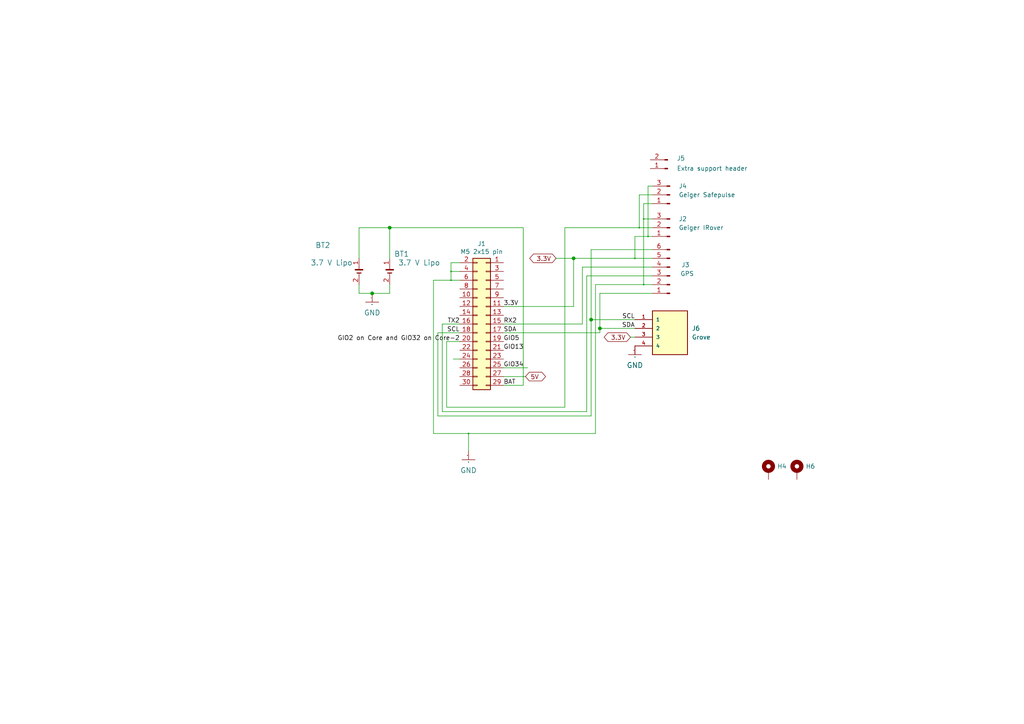
<source format=kicad_sch>
(kicad_sch (version 20240101) (generator "eeschema") (generator_version "8.99")
  (paper "A4")
  (title_block (title "bGeigieZen V4.0.2") (date "2024-03-16") (rev "V4.0.2") (company "GitHub link at https://github.com/Safecast/bGeigieZen"))
  (lib_symbols
    (symbol "110990030:110990030" (pin_names (offset 1.016))
      (property "Reference" "J" (at -5.08 5.842 0))
      (property "Value" "110990030" (at -5.08 -8.382 0))
      (symbol "110990030_0_0"
        (rectangle (start -5.08 -7.62) (end 5.08 5.08) (stroke (width 0.254)) (fill (type background)))
        (pin passive line (at -10.16 2.54 0) (length 5.08) (name "1") (number "1"))
        (pin passive line (at -10.16 0 0) (length 5.08) (name "2") (number "2"))
        (pin passive line (at -10.16 -2.54 0) (length 5.08) (name "3") (number "3"))
        (pin passive line (at -10.16 -5.08 0) (length 5.08) (name "4") (number "4"))
      )
    )
    (symbol "Connector:Conn_01x02_Male_1" (pin_names (offset 1.016) hide)
      (property "Reference" "J" (at 0 2.54 0))
      (property "Value" "Conn_01x02_Male" (at 0 -5.08 0))
      (symbol "Conn_01x02_Male_1_1_1"
        (polyline (pts (xy 1.27 -2.54) (xy 0.8636 -2.54)) (stroke (width 0.1524)))
        (polyline (pts (xy 1.27 0) (xy 0.8636 0)) (stroke (width 0.1524)))
        (rectangle (start 0.8636 -2.413) (end 0 -2.667) (stroke (width 0.1524)) (fill (type outline)))
        (rectangle (start 0.8636 0.127) (end 0 -0.127) (stroke (width 0.1524)) (fill (type outline)))
        (pin passive line (at 5.08 0 180) (length 3.81) (name "Pin_1") (number "1"))
        (pin passive line (at 5.08 -2.54 180) (length 3.81) (name "Pin_2") (number "2"))
      )
    )
    (symbol "Connector:Conn_01x03_Male" (pin_names hide)
      (property "Reference" "J" (at 0 5.08 0))
      (property "Value" "Conn_01x03_Male" (at 0 -5.08 0))
      (symbol "Conn_01x03_Male_1_1"
        (polyline (pts (xy 1.27 -2.54) (xy 0.8636 -2.54)) (stroke (width 0.1524)))
        (polyline (pts (xy 1.27 0) (xy 0.8636 0)) (stroke (width 0.1524)))
        (polyline (pts (xy 1.27 2.54) (xy 0.8636 2.54)) (stroke (width 0.1524)))
        (rectangle (start 0.8636 -2.413) (end 0 -2.667) (stroke (width 0.1524)) (fill (type outline)))
        (rectangle (start 0.8636 0.127) (end 0 -0.127) (stroke (width 0.1524)) (fill (type outline)))
        (rectangle (start 0.8636 2.667) (end 0 2.413) (stroke (width 0.1524)) (fill (type outline)))
        (pin passive line (at 5.08 2.54 180) (length 3.81) (name "Pin_1") (number "1"))
        (pin passive line (at 5.08 0 180) (length 3.81) (name "Pin_2") (number "2"))
        (pin passive line (at 5.08 -2.54 180) (length 3.81) (name "Pin_3") (number "3"))
      )
    )
    (symbol "Connector:Conn_01x06_Male" (pin_names (offset 1.016) hide)
      (property "Reference" "J" (at 0 7.62 0))
      (property "Value" "Conn_01x06_Male" (at 0 -10.16 0))
      (symbol "Conn_01x06_Male_1_1"
        (polyline (pts (xy 1.27 -7.62) (xy 0.8636 -7.62)) (stroke (width 0.1524)))
        (polyline (pts (xy 1.27 -5.08) (xy 0.8636 -5.08)) (stroke (width 0.1524)))
        (polyline (pts (xy 1.27 -2.54) (xy 0.8636 -2.54)) (stroke (width 0.1524)))
        (polyline (pts (xy 1.27 0) (xy 0.8636 0)) (stroke (width 0.1524)))
        (polyline (pts (xy 1.27 2.54) (xy 0.8636 2.54)) (stroke (width 0.1524)))
        (polyline (pts (xy 1.27 5.08) (xy 0.8636 5.08)) (stroke (width 0.1524)))
        (rectangle (start 0.8636 -7.493) (end 0 -7.747) (stroke (width 0.1524)) (fill (type outline)))
        (rectangle (start 0.8636 -4.953) (end 0 -5.207) (stroke (width 0.1524)) (fill (type outline)))
        (rectangle (start 0.8636 -2.413) (end 0 -2.667) (stroke (width 0.1524)) (fill (type outline)))
        (rectangle (start 0.8636 0.127) (end 0 -0.127) (stroke (width 0.1524)) (fill (type outline)))
        (rectangle (start 0.8636 2.667) (end 0 2.413) (stroke (width 0.1524)) (fill (type outline)))
        (rectangle (start 0.8636 5.207) (end 0 4.953) (stroke (width 0.1524)) (fill (type outline)))
        (pin passive line (at 5.08 5.08 180) (length 3.81) (name "Pin_1") (number "1"))
        (pin passive line (at 5.08 2.54 180) (length 3.81) (name "Pin_2") (number "2"))
        (pin passive line (at 5.08 0 180) (length 3.81) (name "Pin_3") (number "3"))
        (pin passive line (at 5.08 -2.54 180) (length 3.81) (name "Pin_4") (number "4"))
        (pin passive line (at 5.08 -5.08 180) (length 3.81) (name "Pin_5") (number "5"))
        (pin passive line (at 5.08 -7.62 180) (length 3.81) (name "Pin_6") (number "6"))
      )
    )
    (symbol "Connector_Generic:Conn_02x15_Odd_Even" (pin_names hide)
      (property "Reference" "J" (at 1.27 20.32 0))
      (property "Value" "Conn_02x15_Odd_Even" (at 1.27 -20.32 0))
      (symbol "Conn_02x15_Odd_Even_1_1"
        (rectangle (start -1.27 -17.653) (end 0 -17.907))
        (rectangle (start -1.27 -15.113) (end 0 -15.367))
        (rectangle (start -1.27 -12.573) (end 0 -12.827))
        (rectangle (start -1.27 -10.033) (end 0 -10.287))
        (rectangle (start -1.27 -7.493) (end 0 -7.747))
        (rectangle (start -1.27 -4.953) (end 0 -5.207))
        (rectangle (start -1.27 -2.413) (end 0 -2.667))
        (rectangle (start -1.27 0.127) (end 0 -0.127))
        (rectangle (start -1.27 2.667) (end 0 2.413))
        (rectangle (start -1.27 5.207) (end 0 4.953))
        (rectangle (start -1.27 7.747) (end 0 7.493))
        (rectangle (start -1.27 10.287) (end 0 10.033))
        (rectangle (start -1.27 12.827) (end 0 12.573))
        (rectangle (start -1.27 15.367) (end 0 15.113))
        (rectangle (start -1.27 17.907) (end 0 17.653))
        (rectangle (start -1.27 19.05) (end 3.81 -19.05) (stroke (width 0.254)) (fill (type background)))
        (rectangle (start 3.81 -17.653) (end 2.54 -17.907))
        (rectangle (start 3.81 -15.113) (end 2.54 -15.367))
        (rectangle (start 3.81 -12.573) (end 2.54 -12.827))
        (rectangle (start 3.81 -10.033) (end 2.54 -10.287))
        (rectangle (start 3.81 -7.493) (end 2.54 -7.747))
        (rectangle (start 3.81 -4.953) (end 2.54 -5.207))
        (rectangle (start 3.81 -2.413) (end 2.54 -2.667))
        (rectangle (start 3.81 0.127) (end 2.54 -0.127))
        (rectangle (start 3.81 2.667) (end 2.54 2.413))
        (rectangle (start 3.81 5.207) (end 2.54 4.953))
        (rectangle (start 3.81 7.747) (end 2.54 7.493))
        (rectangle (start 3.81 10.287) (end 2.54 10.033))
        (rectangle (start 3.81 12.827) (end 2.54 12.573))
        (rectangle (start 3.81 15.367) (end 2.54 15.113))
        (rectangle (start 3.81 17.907) (end 2.54 17.653))
        (pin passive line (at -5.08 17.78 0) (length 3.81) (name "Pin_1") (number "1"))
        (pin passive line (at 7.62 7.62 180) (length 3.81) (name "Pin_10") (number "10"))
        (pin passive line (at -5.08 5.08 0) (length 3.81) (name "Pin_11") (number "11"))
        (pin passive line (at 7.62 5.08 180) (length 3.81) (name "Pin_12") (number "12"))
        (pin passive line (at -5.08 2.54 0) (length 3.81) (name "Pin_13") (number "13"))
        (pin passive line (at 7.62 2.54 180) (length 3.81) (name "Pin_14") (number "14"))
        (pin passive line (at -5.08 0 0) (length 3.81) (name "Pin_15") (number "15"))
        (pin passive line (at 7.62 0 180) (length 3.81) (name "Pin_16") (number "16"))
        (pin passive line (at -5.08 -2.54 0) (length 3.81) (name "Pin_17") (number "17"))
        (pin passive line (at 7.62 -2.54 180) (length 3.81) (name "Pin_18") (number "18"))
        (pin passive line (at -5.08 -5.08 0) (length 3.81) (name "Pin_19") (number "19"))
        (pin passive line (at 7.62 17.78 180) (length 3.81) (name "Pin_2") (number "2"))
        (pin passive line (at 7.62 -5.08 180) (length 3.81) (name "Pin_20") (number "20"))
        (pin passive line (at -5.08 -7.62 0) (length 3.81) (name "Pin_21") (number "21"))
        (pin passive line (at 7.62 -7.62 180) (length 3.81) (name "Pin_22") (number "22"))
        (pin passive line (at -5.08 -10.16 0) (length 3.81) (name "Pin_23") (number "23"))
        (pin passive line (at 7.62 -10.16 180) (length 3.81) (name "Pin_24") (number "24"))
        (pin passive line (at -5.08 -12.7 0) (length 3.81) (name "Pin_25") (number "25"))
        (pin passive line (at 7.62 -12.7 180) (length 3.81) (name "Pin_26") (number "26"))
        (pin passive line (at -5.08 -15.24 0) (length 3.81) (name "Pin_27") (number "27"))
        (pin passive line (at 7.62 -15.24 180) (length 3.81) (name "Pin_28") (number "28"))
        (pin passive line (at -5.08 -17.78 0) (length 3.81) (name "Pin_29") (number "29"))
        (pin passive line (at -5.08 15.24 0) (length 3.81) (name "Pin_3") (number "3"))
        (pin passive line (at 7.62 -17.78 180) (length 3.81) (name "Pin_30") (number "30"))
        (pin passive line (at 7.62 15.24 180) (length 3.81) (name "Pin_4") (number "4"))
        (pin passive line (at -5.08 12.7 0) (length 3.81) (name "Pin_5") (number "5"))
        (pin passive line (at 7.62 12.7 180) (length 3.81) (name "Pin_6") (number "6"))
        (pin passive line (at -5.08 10.16 0) (length 3.81) (name "Pin_7") (number "7"))
        (pin passive line (at 7.62 10.16 180) (length 3.81) (name "Pin_8") (number "8"))
        (pin passive line (at -5.08 7.62 0) (length 3.81) (name "Pin_9") (number "9"))
      )
    )
    (symbol "Mechanical:MountingHole_Pad" (pin_numbers hide) (pin_names hide)
      (property "Reference" "H" (at 0 6.35 0))
      (property "Value" "MountingHole_Pad" (at 0 4.445 0))
      (symbol "MountingHole_Pad_0_1"
        (circle (center 0 1.27) (radius 1.27) (stroke (width 1.27)))
      )
      (symbol "MountingHole_Pad_1_1"
        (pin input line (at 0 -2.54 90) (length 2.54) (name "1") (number "1"))
      )
    )
    (symbol "bGeigieRaku-V2-rescue:BATTERY-akizuki-M5_board-rescue" (pin_names hide)
      (property "Reference" "BT" (at 0 -7.62 0))
      (property "Value" "BATTERY-akizuki-M5_board-rescue" (at 0 6.35 0))
      (symbol "BATTERY-akizuki-M5_board-rescue_0_1"
        (rectangle (start -1.143 0.635) (end 1.143 0.381) (fill (type outline)))
        (rectangle (start -0.635 -0.381) (end 0.635 -0.508))
        (polyline (pts (xy 0 -0.508) (xy 0 -1.27)))
        (polyline (pts (xy 0 1.27) (xy 0 0.635)))
      )
      (symbol "BATTERY-akizuki-M5_board-rescue_1_1"
        (pin input line (at 0 3.81 270) (length 2.54) (name "+") (number "1"))
        (pin input line (at 0 -3.81 90) (length 2.54) (name "-") (number "2"))
      )
    )
    (symbol "bGeigieRaku-V2-rescue:GND-bGeigieNano_V1.1.5" (power)
      (property "Value" "GND-bGeigieNano_V1.1.5" (at 0 -0.254 0))
      (symbol "GND-bGeigieNano_V1.1.5_1_0"
        (polyline (pts (xy -1.905 0) (xy 1.905 0)))
        (pin power_in line (at 0 2.54 270) (length 2.54) (name "GND") (number "1"))
      )
    )
  )
  (junction (at 186.69 82.55) (diameter 0.3048))
  (junction (at 166.37 74.93))
  (junction (at 113.03 66.04))
  (junction (at 130.81 81.28) (diameter 0.3048))
  (junction (at 186.69 63.5) (diameter 0.3048))
  (junction (at 185.42 66.04) (diameter 0.3048))
  (junction (at 184.15 74.93) (diameter 0.3048))
  (junction (at 187.96 68.58) (diameter 0.3048))
  (junction (at 135.89 125.73) (diameter 0.3048))
  (junction (at 107.95 85.09))
  (junction (at 173.99 95.25))
  (junction (at 171.45 92.71))
  (junction (at 130.81 78.74) (diameter 0.3048))
  (wire (pts (xy 173.99 85.09) (xy 173.99 95.25)))
  (wire (pts (xy 127 96.52) (xy 133.35 96.52)))
  (wire (pts (xy 127 120.65) (xy 127 96.52)))
  (wire (pts (xy 104.14 74.93) (xy 104.14 66.04)))
  (wire (pts (xy 186.69 59.055) (xy 189.23 59.055)))
  (wire (pts (xy 186.69 82.55) (xy 172.72 82.55)))
  (wire (pts (xy 130.81 78.74) (xy 133.35 78.74)))
  (wire (pts (xy 189.23 85.09) (xy 173.99 85.09)))
  (wire (pts (xy 135.89 125.73) (xy 135.89 130.81)))
  (wire (pts (xy 135.89 125.73) (xy 172.72 125.73)))
  (wire (pts (xy 113.03 66.04) (xy 151.765 66.04)))
  (wire (pts (xy 146.05 109.22) (xy 152.4 109.22)))
  (wire (pts (xy 151.765 111.76) (xy 146.05 111.76)))
  (wire (pts (xy 130.81 81.28) (xy 133.35 81.28)))
  (wire (pts (xy 161.29 74.93) (xy 166.37 74.93)))
  (wire (pts (xy 189.23 66.04) (xy 185.42 66.04)))
  (wire (pts (xy 146.05 96.52) (xy 173.99 96.52)))
  (wire (pts (xy 130.81 78.74) (xy 130.81 76.2)))
  (wire (pts (xy 170.18 119.38) (xy 128.27 119.38)))
  (wire (pts (xy 168.91 93.98) (xy 146.05 93.98)))
  (wire (pts (xy 125.73 125.73) (xy 125.73 81.28)))
  (wire (pts (xy 129.54 118.11) (xy 163.83 118.11)))
  (wire (pts (xy 128.27 93.98) (xy 133.35 93.98)))
  (wire (pts (xy 186.69 82.55) (xy 186.69 63.5)))
  (wire (pts (xy 107.95 85.09) (xy 113.03 85.09)))
  (wire (pts (xy 184.15 74.93) (xy 184.15 68.58)))
  (wire (pts (xy 125.73 125.73) (xy 135.89 125.73)))
  (wire (pts (xy 187.96 53.975) (xy 187.96 68.58)))
  (wire (pts (xy 133.35 104.14) (xy 131.445 104.14)))
  (wire (pts (xy 129.54 118.11) (xy 129.54 99.06)))
  (wire (pts (xy 163.83 66.04) (xy 185.42 66.04)))
  (wire (pts (xy 130.81 81.28) (xy 130.81 78.74)))
  (wire (pts (xy 125.73 81.28) (xy 130.81 81.28)))
  (wire (pts (xy 104.14 82.55) (xy 104.14 85.09)))
  (wire (pts (xy 171.45 72.39) (xy 189.23 72.39)))
  (wire (pts (xy 104.14 85.09) (xy 107.95 85.09)))
  (wire (pts (xy 173.99 95.25) (xy 184.15 95.25)))
  (wire (pts (xy 182.88 97.79) (xy 184.15 97.79)))
  (wire (pts (xy 170.18 80.01) (xy 170.18 119.38)))
  (wire (pts (xy 189.23 77.47) (xy 168.91 77.47)))
  (wire (pts (xy 173.99 95.25) (xy 173.99 96.52)))
  (wire (pts (xy 185.42 56.515) (xy 185.42 66.04)))
  (wire (pts (xy 189.23 56.515) (xy 185.42 56.515)))
  (wire (pts (xy 146.05 88.9) (xy 166.37 88.9)))
  (wire (pts (xy 163.83 66.04) (xy 163.83 118.11)))
  (wire (pts (xy 172.72 82.55) (xy 172.72 125.73)))
  (wire (pts (xy 171.45 92.71) (xy 171.45 72.39)))
  (wire (pts (xy 113.03 82.55) (xy 113.03 85.09)))
  (wire (pts (xy 151.765 66.04) (xy 151.765 111.76)))
  (wire (pts (xy 130.81 76.2) (xy 133.35 76.2)))
  (wire (pts (xy 187.96 53.975) (xy 189.23 53.975)))
  (wire (pts (xy 189.23 82.55) (xy 186.69 82.55)))
  (wire (pts (xy 128.27 119.38) (xy 128.27 93.98)))
  (wire (pts (xy 168.91 77.47) (xy 168.91 93.98)))
  (wire (pts (xy 184.15 68.58) (xy 187.96 68.58)))
  (wire (pts (xy 187.96 68.58) (xy 189.23 68.58)))
  (wire (pts (xy 129.54 99.06) (xy 133.35 99.06)))
  (wire (pts (xy 171.45 92.71) (xy 184.15 92.71)))
  (wire (pts (xy 166.37 74.93) (xy 184.15 74.93)))
  (wire (pts (xy 186.69 63.5) (xy 186.69 59.055)))
  (wire (pts (xy 113.03 66.04) (xy 113.03 74.93)))
  (wire (pts (xy 166.37 74.93) (xy 166.37 88.9)))
  (wire (pts (xy 184.15 74.93) (xy 189.23 74.93)))
  (wire (pts (xy 189.23 80.01) (xy 170.18 80.01)))
  (wire (pts (xy 146.05 106.68) (xy 153.035 106.68)))
  (wire (pts (xy 171.45 120.65) (xy 127 120.65)))
  (wire (pts (xy 104.14 66.04) (xy 113.03 66.04)))
  (wire (pts (xy 186.69 63.5) (xy 189.23 63.5)))
  (wire (pts (xy 171.45 92.71) (xy 171.45 120.65)))
  (label "SDA" (at 146.05 96.52 0))
  (label "TX2" (at 133.35 93.98 180))
  (label "GIO13" (at 146.05 101.6 0))
  (label "GIO34" (at 146.05 106.68 0))
  (label "GIO2 on Core and GIO32 on Core-2" (at 133.35 99.06 180))
  (label "3.3V" (at 146.05 88.9 0))
  (label "SCL" (at 184.15 92.71 180))
  (label "SCL" (at 133.35 96.52 180))
  (label "GIO5" (at 146.05 99.06 0))
  (label "BAT" (at 146.05 111.76 0))
  (label "RX2" (at 146.05 93.98 0))
  (label "SDA" (at 184.15 95.25 180))
  (global_label "3.3V" (shape bidirectional) (at 182.88 97.79 180) (property "Intersheetrefs" "${INTERSHEET_REFS}" (effects (hide yes))))
  (global_label "3.3V" (shape bidirectional) (at 161.29 74.93 180) (property "Intersheetrefs" "${INTERSHEET_REFS}" (effects (hide yes))))
  (global_label "5V" (shape bidirectional) (at 152.4 109.22 0) (property "Intersheetrefs" "${INTERSHEET_REFS}" (effects (hide yes))))
  (symbol (lib_id "Connector_Generic:Conn_02x15_Odd_Even") (at 140.97 93.98 0) (mirror y) (unit 1)
    (property "Reference" "J1" (at 139.7 70.6882 0))
    (property "Value" "M5 2x15 pin" (at 139.7 72.9996 0))
    (property "Footprint" "Connector_PinHeader_2.54mm:PinHeader_2x15_P2.54mm_Vertical" (effects (hide yes)))
    (property "Datasheet" "Hirosugi Instruments: PSM-4200233-15" (effects (hide yes)))
  )
  (symbol (lib_id "bGeigieRaku-V2-rescue:BATTERY-akizuki-M5_board-rescue") (at 113.03 78.74 0) (unit 1)
    (property "Reference" "BT1" (at 114.3 73.66 0) (effects (font (size 1.524 1.524)) (justify left)))
    (property "Value" " 3.7 V Lipo" (at 114.3 76.2 0) (effects (font (size 1.524 1.524)) (justify left)))
    (property "Footprint" "Library:BATTERY_18650-HOLDER" (effects (hide yes)))
  )
  (symbol (lib_id "Connector:Conn_01x06_Male") (at 194.31 80.01 180) (unit 1)
    (property "Reference" "J3" (at 200.025 76.835 0) (effects (justify left)))
    (property "Value" "GPS" (at 201.295 79.375 0) (effects (justify left)))
    (property "Footprint" "Connector_PinSocket_2.54mm:PinSocket_1x06_P2.54mm_Vertical" (effects (hide yes)))
  )
  (symbol (lib_id "Connector:Conn_01x03_Male") (at 194.31 66.04 180) (unit 1)
    (property "Reference" "J2" (at 196.85 63.5 0) (effects (justify right)))
    (property "Value" "Geiger IRover" (at 196.85 66.04 0) (effects (justify right)))
    (property "Footprint" "Connector_PinHeader_2.54mm:PinHeader_1x03_P2.54mm_Vertical" (effects (hide yes)))
  )
  (symbol (lib_id "bGeigieRaku-V2-rescue:GND-bGeigieNano_V1.1.5") (at 135.89 133.35 0) (unit 1)
    (property "Reference" "#GND01" (effects (hide yes)))
    (property "Value" "GND" (at 135.89 136.4234 0) (effects (font (size 1.4986 1.4986))))
  )
  (symbol (lib_id "Mechanical:MountingHole_Pad") (at 222.885 136.525 0) (unit 1)
    (property "Reference" "H4" (at 225.425 135.255 0) (effects (justify left)))
    (property "Value" "MountingHole_Pad" (effects (hide yes)))
    (property "Footprint" "MountingHole:MountingHole_3.2mm_M3" (effects (hide yes)))
  )
  (symbol (lib_id "Mechanical:MountingHole_Pad") (at 231.14 136.525 0) (unit 1)
    (property "Reference" "H6" (at 233.68 135.255 0) (effects (justify left)))
    (property "Value" "MountingHole_Pad" (effects (hide yes)))
    (property "Footprint" "MountingHole:MountingHole_3.2mm_M3" (effects (hide yes)))
  )
  (symbol (lib_id "Connector:Conn_01x03_Male") (at 194.31 56.515 180) (unit 1)
    (property "Reference" "J4" (at 196.85 53.975 0) (effects (justify right)))
    (property "Value" "Geiger Safepulse" (at 196.85 56.515 0) (effects (justify right)))
    (property "Footprint" "Connector_PinHeader_2.54mm:PinHeader_1x03_P2.54mm_Vertical" (effects (hide yes)))
  )
  (symbol (lib_id "bGeigieRaku-V2-rescue:BATTERY-akizuki-M5_board-rescue") (at 104.14 78.74 0) (unit 1)
    (property "Reference" "BT2" (at 91.44 71.12 0) (effects (font (size 1.524 1.524)) (justify left)))
    (property "Value" " 3.7 V Lipo" (at 88.9 76.2 0) (effects (font (size 1.524 1.524)) (justify left)))
    (property "Footprint" "Library:BATTERY_18650-HOLDER" (effects (hide yes)))
  )
  (symbol (lib_id "bGeigieRaku-V2-rescue:GND-bGeigieNano_V1.1.5") (at 184.15 102.87 0) (unit 1)
    (property "Reference" "#GND0102" (effects (hide yes)))
    (property "Value" "GND" (at 184.15 105.9434 0) (effects (font (size 1.4986 1.4986))))
  )
  (symbol (lib_id "bGeigieRaku-V2-rescue:GND-bGeigieNano_V1.1.5") (at 107.95 87.63 0) (unit 1)
    (property "Reference" "#GND02" (effects (hide yes)))
    (property "Value" "GND" (at 107.95 90.7034 0) (effects (font (size 1.4986 1.4986))))
  )
  (symbol (lib_id "110990030:110990030") (at 194.31 95.25 0) (unit 1)
    (property "Reference" "J6" (at 200.66 95.2499 0) (effects (justify left)))
    (property "Value" "Grove" (at 200.66 97.7899 0) (effects (justify left)))
    (property "Footprint" "Connector_PinSocket_2.00mm:PinSocket_1x04_P2.00mm_Horizontal" (effects (hide yes)))
    (property "PARTREV" "A" (effects (hide yes)))
    (property "STANDARD" "Manufacturer Recommendations" (effects (hide yes)))
    (property "MAXIMUM_PACKAGE_HEIGHT" "8.1mm" (effects (hide yes)))
    (property "MANUFACTURER" "Seeed Technology" (effects (hide yes)))
  )
  (symbol (lib_name "Connector:Conn_01x02_Male_1") (lib_id "Connector:Conn_01x02_Male") (at 193.675 48.895 180) (unit 1)
    (property "Reference" "J5" (at 196.2913 45.9168 0) (effects (justify right)))
    (property "Value" "Extra support header" (at 196.2913 48.8505 0) (effects (justify right)))
    (property "Footprint" "Connector_PinHeader_2.54mm:PinHeader_1x02_P2.54mm_Vertical" (effects (hide yes)))
  )
)
</source>
